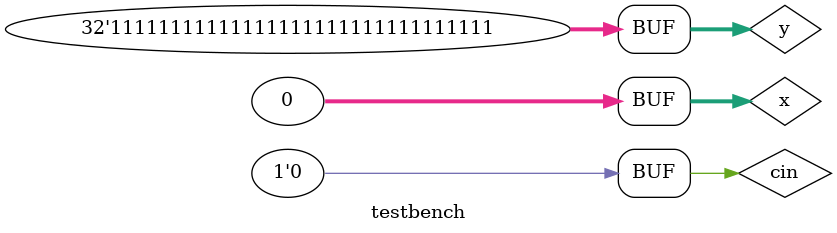
<source format=v>
module testbench;
 reg [0:31] x;
 reg [0:31] y;
 reg cin;
 wire [0:31] sum;
 wire c;
 THIRTYTWO ex(x,y,sum,c,cin);
 initial
 $monitor($time,"x=%b,y=%b,sum=%b,c=%b,cin=%b",x,y,sum,c,cin);
 initial
 begin
 #0 x=32'b00000000111111110000000011111111;y=32'b11111111000000001111111100000000;cin=1'b0;
 #32 x=32'b00000000000000000000000000000000;y=32'b11111111111111111111111111111111;cin=1'b0;
 end
endmodule

</source>
